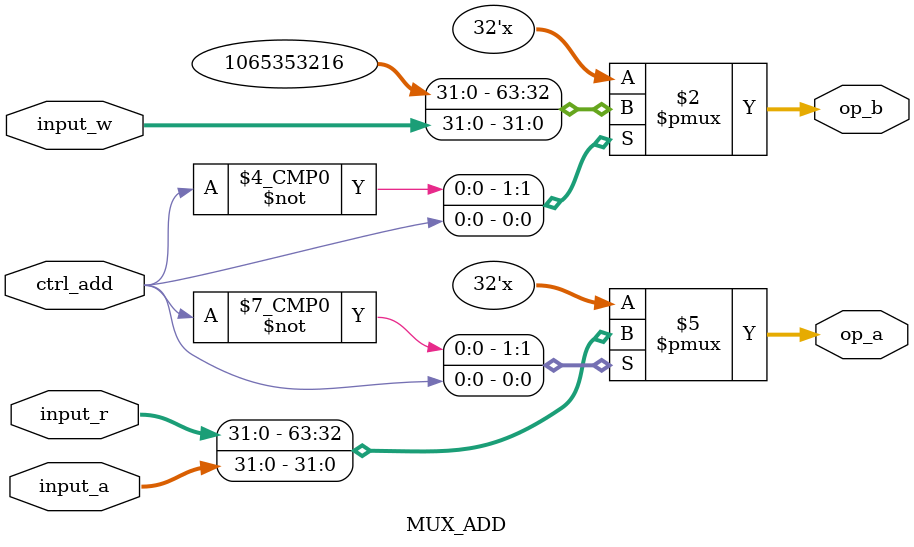
<source format=v>
module MUX_ADD(
    input ctrl_add,
    input [31:0] input_a,
    input [31:0] input_r,
    input [31:0] input_w,
    output reg [31:0] op_a,
    output reg [31:0] op_b
  );

  always@(*)
  begin
    case (ctrl_add)
      1'b0:
      begin
        op_a=input_r;
        op_b=32'b00111111100000000000000000000000; // @dangwi: what is this? 32'd1016
      end
      1'b1:
      begin
        op_a=input_a;
        op_b=input_w;
      end
    endcase
  end

endmodule

</source>
